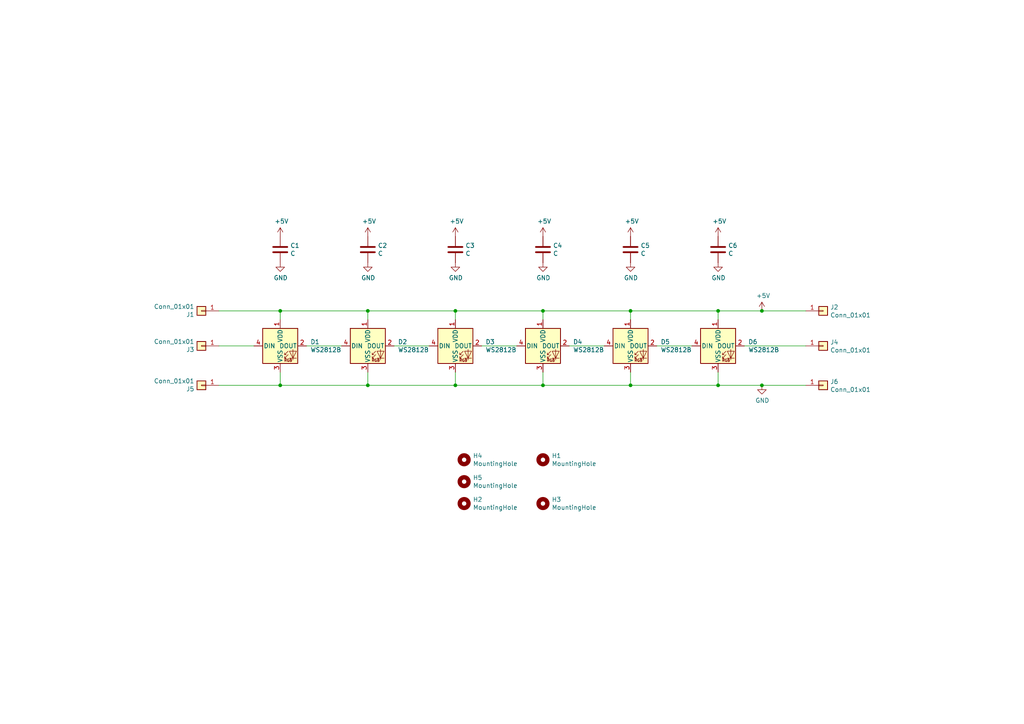
<source format=kicad_sch>
(kicad_sch (version 20230121) (generator eeschema)
  (paper "A4")
  (lib_symbols
    (symbol "Connector_Generic:Conn_01x01" (pin_names (offset 1.016) hide)
      (property "Reference" "J" (at 0 2.54 0))
      (property "Value" "Conn_01x01" (at 0 -2.54 0))
      (symbol "Conn_01x01_1_1"
        (rectangle (start -1.27 0.127) (end 0 -0.127) (stroke (width 0.1524)))
        (rectangle (start -1.27 1.27) (end 1.27 -1.27) (stroke (width 0.254)) (fill (type background)))
        (pin passive line (at -5.08 0 0) (length 3.81) (name "Pin_1") (number "1"))
      )
    )
    (symbol "Device:C" (pin_numbers hide) (pin_names (offset 0.254))
      (property "Reference" "C" (at 0.635 2.54 0))
      (property "Value" "C" (at 0.635 -2.54 0))
      (symbol "C_0_1"
        (polyline (pts (xy -2.032 -0.762) (xy 2.032 -0.762)) (stroke (width 0.508)))
        (polyline (pts (xy -2.032 0.762) (xy 2.032 0.762)) (stroke (width 0.508)))
      )
      (symbol "C_1_1"
        (pin passive line (at 0 3.81 270) (length 2.794) (name "~") (number "1"))
        (pin passive line (at 0 -3.81 90) (length 2.794) (name "~") (number "2"))
      )
    )
    (symbol "LED:WS2812B" (pin_names (offset 0.254))
      (property "Reference" "D" (at 5.08 5.715 0))
      (property "Value" "WS2812B" (at 1.27 -5.715 0))
      (symbol "WS2812B_0_0"
        (text "RGB" (at 2.286 -4.191 0) (effects (font (size 0.762 0.762))))
      )
      (symbol "WS2812B_0_1"
        (polyline (pts (xy 1.27 -3.556) (xy 1.778 -3.556)))
        (polyline (pts (xy 1.27 -2.54) (xy 1.778 -2.54)))
        (polyline (pts (xy 4.699 -3.556) (xy 2.667 -3.556)))
        (polyline (pts (xy 2.286 -2.54) (xy 1.27 -3.556) (xy 1.27 -3.048)))
        (polyline (pts (xy 2.286 -1.524) (xy 1.27 -2.54) (xy 1.27 -2.032)))
        (polyline (pts (xy 3.683 -1.016) (xy 3.683 -3.556) (xy 3.683 -4.064)))
        (polyline (pts (xy 4.699 -1.524) (xy 2.667 -1.524) (xy 3.683 -3.556) (xy 4.699 -1.524)))
        (rectangle (start 5.08 5.08) (end -5.08 -5.08) (stroke (width 0.254)) (fill (type background)))
      )
      (symbol "WS2812B_1_1"
        (pin power_in line (at 0 7.62 270) (length 2.54) (name "VDD") (number "1"))
        (pin output line (at 7.62 0 180) (length 2.54) (name "DOUT") (number "2"))
        (pin power_in line (at 0 -7.62 90) (length 2.54) (name "VSS") (number "3"))
        (pin input line (at -7.62 0 0) (length 2.54) (name "DIN") (number "4"))
      )
    )
    (symbol "Mechanical:MountingHole" (pin_names (offset 1.016))
      (property "Reference" "H" (at 0 5.08 0))
      (property "Value" "MountingHole" (at 0 3.175 0))
      (symbol "MountingHole_0_1"
        (circle (center 0 0) (radius 1.27) (stroke (width 1.27)))
      )
    )
    (symbol "power:+5V" (power) (pin_names (offset 0))
      (property "Value" "+5V" (at 0 3.556 0))
      (symbol "+5V_0_1"
        (polyline (pts (xy -0.762 1.27) (xy 0 2.54)))
        (polyline (pts (xy 0 0) (xy 0 2.54)))
        (polyline (pts (xy 0 2.54) (xy 0.762 1.27)))
      )
      (symbol "+5V_1_1"
        (pin power_in line (at 0 0 90) (length 0) hide (name "+5V") (number "1"))
      )
    )
    (symbol "power:GND" (power) (pin_names (offset 0))
      (property "Value" "GND" (at 0 -3.81 0))
      (symbol "GND_0_1"
        (polyline (pts (xy 0 0) (xy 0 -1.27) (xy 1.27 -1.27) (xy 0 -2.54) (xy -1.27 -1.27) (xy 0 -1.27)))
      )
      (symbol "GND_1_1"
        (pin power_in line (at 0 0 270) (length 0) hide (name "GND") (number "1"))
      )
    )
  )
  (junction (at 132.08 111.76))
  (junction (at 157.48 90.17))
  (junction (at 208.28 90.17))
  (junction (at 106.68 111.76))
  (junction (at 220.98 90.17))
  (junction (at 106.68 90.17))
  (junction (at 220.98 111.76))
  (junction (at 182.88 90.17))
  (junction (at 81.28 90.17))
  (junction (at 157.48 111.76))
  (junction (at 81.28 111.76))
  (junction (at 208.28 111.76))
  (junction (at 182.88 111.76))
  (junction (at 132.08 90.17))
  (wire (pts (xy 106.68 107.95) (xy 106.68 111.76)))
  (wire (pts (xy 220.98 111.76) (xy 233.68 111.76)))
  (wire (pts (xy 208.28 90.17) (xy 182.88 90.17)))
  (wire (pts (xy 139.7 100.33) (xy 149.86 100.33)))
  (wire (pts (xy 157.48 107.95) (xy 157.48 111.76)))
  (wire (pts (xy 190.5 100.33) (xy 200.66 100.33)))
  (wire (pts (xy 157.48 111.76) (xy 132.08 111.76)))
  (wire (pts (xy 106.68 111.76) (xy 81.28 111.76)))
  (wire (pts (xy 114.3 100.33) (xy 124.46 100.33)))
  (wire (pts (xy 182.88 107.95) (xy 182.88 111.76)))
  (wire (pts (xy 220.98 90.17) (xy 233.68 90.17)))
  (wire (pts (xy 81.28 107.95) (xy 81.28 111.76)))
  (wire (pts (xy 208.28 107.95) (xy 208.28 111.76)))
  (wire (pts (xy 132.08 111.76) (xy 106.68 111.76)))
  (wire (pts (xy 208.28 92.71) (xy 208.28 90.17)))
  (wire (pts (xy 63.5 90.17) (xy 81.28 90.17)))
  (wire (pts (xy 208.28 111.76) (xy 182.88 111.76)))
  (wire (pts (xy 208.28 111.76) (xy 220.98 111.76)))
  (wire (pts (xy 132.08 90.17) (xy 106.68 90.17)))
  (wire (pts (xy 182.88 90.17) (xy 157.48 90.17)))
  (wire (pts (xy 81.28 92.71) (xy 81.28 90.17)))
  (wire (pts (xy 182.88 92.71) (xy 182.88 90.17)))
  (wire (pts (xy 63.5 100.33) (xy 73.66 100.33)))
  (wire (pts (xy 165.1 100.33) (xy 175.26 100.33)))
  (wire (pts (xy 88.9 100.33) (xy 99.06 100.33)))
  (wire (pts (xy 132.08 107.95) (xy 132.08 111.76)))
  (wire (pts (xy 63.5 111.76) (xy 81.28 111.76)))
  (wire (pts (xy 208.28 90.17) (xy 220.98 90.17)))
  (wire (pts (xy 182.88 111.76) (xy 157.48 111.76)))
  (wire (pts (xy 132.08 92.71) (xy 132.08 90.17)))
  (wire (pts (xy 215.9 100.33) (xy 233.68 100.33)))
  (wire (pts (xy 157.48 92.71) (xy 157.48 90.17)))
  (wire (pts (xy 106.68 90.17) (xy 81.28 90.17)))
  (wire (pts (xy 106.68 92.71) (xy 106.68 90.17)))
  (wire (pts (xy 157.48 90.17) (xy 132.08 90.17)))
  (symbol (lib_id "Mechanical:MountingHole") (at 157.48 133.35 0) (unit 1)
    (property "Reference" "H1" (at 160.02 132.1816 0) (effects (justify left)))
    (property "Value" "MountingHole" (at 160.02 134.493 0) (effects (justify left)))
    (property "Footprint" "MountingHole:MountingHole_5.3mm_M5" (effects hide))
  )
  (symbol (lib_id "Mechanical:MountingHole") (at 157.48 146.05 0) (unit 1)
    (property "Reference" "H3" (at 160.02 144.8816 0) (effects (justify left)))
    (property "Value" "MountingHole" (at 160.02 147.193 0) (effects (justify left)))
    (property "Footprint" "MountingHole:MountingHole_5.3mm_M5" (effects hide))
  )
  (symbol (lib_id "Mechanical:MountingHole") (at 134.62 146.05 0) (unit 1)
    (property "Reference" "H2" (at 137.16 144.8816 0) (effects (justify left)))
    (property "Value" "MountingHole" (at 137.16 147.193 0) (effects (justify left)))
    (property "Footprint" "MountingHole:MountingHole_3.2mm_M3" (effects hide))
  )
  (symbol (lib_id "Mechanical:MountingHole") (at 134.62 133.35 0) (unit 1)
    (property "Reference" "H4" (at 137.16 132.1816 0) (effects (justify left)))
    (property "Value" "MountingHole" (at 137.16 134.493 0) (effects (justify left)))
    (property "Footprint" "MountingHole:MountingHole_3.2mm_M3" (effects hide))
  )
  (symbol (lib_id "Mechanical:MountingHole") (at 134.62 139.7 0) (unit 1)
    (property "Reference" "H5" (at 137.16 138.5316 0) (effects (justify left)))
    (property "Value" "MountingHole" (at 137.16 140.843 0) (effects (justify left)))
    (property "Footprint" "MountingHole:MountingHole_3.2mm_M3" (effects hide))
  )
  (symbol (lib_id "Connector_Generic:Conn_01x01") (at 58.42 90.17 180) (unit 1)
    (property "Reference" "J1" (at 56.388 91.2368 0) (effects (justify left)))
    (property "Value" "Conn_01x01" (at 56.388 88.9254 0) (effects (justify left)))
    (property "Footprint" "Connector_Wire:SolderWirePad_1x01_SMD_5x10mm" (effects hide))
  )
  (symbol (lib_id "LED:WS2812B") (at 81.28 100.33 0) (unit 1)
    (property "Reference" "D1" (at 90.0176 99.1616 0) (effects (justify left)))
    (property "Value" "WS2812B" (at 90.0176 101.473 0) (effects (justify left)))
    (property "Footprint" "LED_SMD:LED_WS2812B_PLCC4_5.0x5.0mm_P3.2mm" (effects hide))
    (property "Datasheet" "https://cdn-shop.adafruit.com/datasheets/WS2812B.pdf" (effects hide))
  )
  (symbol (lib_id "LED:WS2812B") (at 106.68 100.33 0) (unit 1)
    (property "Reference" "D2" (at 115.4176 99.1616 0) (effects (justify left)))
    (property "Value" "WS2812B" (at 115.4176 101.473 0) (effects (justify left)))
    (property "Footprint" "LED_SMD:LED_WS2812B_PLCC4_5.0x5.0mm_P3.2mm" (effects hide))
    (property "Datasheet" "https://cdn-shop.adafruit.com/datasheets/WS2812B.pdf" (effects hide))
  )
  (symbol (lib_id "LED:WS2812B") (at 132.08 100.33 0) (unit 1)
    (property "Reference" "D3" (at 140.8176 99.1616 0) (effects (justify left)))
    (property "Value" "WS2812B" (at 140.8176 101.473 0) (effects (justify left)))
    (property "Footprint" "LED_SMD:LED_WS2812B_PLCC4_5.0x5.0mm_P3.2mm" (effects hide))
    (property "Datasheet" "https://cdn-shop.adafruit.com/datasheets/WS2812B.pdf" (effects hide))
  )
  (symbol (lib_id "LED:WS2812B") (at 157.48 100.33 0) (unit 1)
    (property "Reference" "D4" (at 166.2176 99.1616 0) (effects (justify left)))
    (property "Value" "WS2812B" (at 166.2176 101.473 0) (effects (justify left)))
    (property "Footprint" "LED_SMD:LED_WS2812B_PLCC4_5.0x5.0mm_P3.2mm" (effects hide))
    (property "Datasheet" "https://cdn-shop.adafruit.com/datasheets/WS2812B.pdf" (effects hide))
  )
  (symbol (lib_id "LED:WS2812B") (at 182.88 100.33 0) (unit 1)
    (property "Reference" "D5" (at 191.6176 99.1616 0) (effects (justify left)))
    (property "Value" "WS2812B" (at 191.6176 101.473 0) (effects (justify left)))
    (property "Footprint" "LED_SMD:LED_WS2812B_PLCC4_5.0x5.0mm_P3.2mm" (effects hide))
    (property "Datasheet" "https://cdn-shop.adafruit.com/datasheets/WS2812B.pdf" (effects hide))
  )
  (symbol (lib_id "LED:WS2812B") (at 208.28 100.33 0) (unit 1)
    (property "Reference" "D6" (at 217.0176 99.1616 0) (effects (justify left)))
    (property "Value" "WS2812B" (at 217.0176 101.473 0) (effects (justify left)))
    (property "Footprint" "LED_SMD:LED_WS2812B_PLCC4_5.0x5.0mm_P3.2mm" (effects hide))
    (property "Datasheet" "https://cdn-shop.adafruit.com/datasheets/WS2812B.pdf" (effects hide))
  )
  (symbol (lib_id "Connector_Generic:Conn_01x01") (at 58.42 100.33 180) (unit 1)
    (property "Reference" "J3" (at 56.388 101.3968 0) (effects (justify left)))
    (property "Value" "Conn_01x01" (at 56.388 99.0854 0) (effects (justify left)))
    (property "Footprint" "Connector_Wire:SolderWirePad_1x01_SMD_5x10mm" (effects hide))
  )
  (symbol (lib_id "Connector_Generic:Conn_01x01") (at 58.42 111.76 180) (unit 1)
    (property "Reference" "J5" (at 56.388 112.8268 0) (effects (justify left)))
    (property "Value" "Conn_01x01" (at 56.388 110.5154 0) (effects (justify left)))
    (property "Footprint" "Connector_Wire:SolderWirePad_1x01_SMD_5x10mm" (effects hide))
  )
  (symbol (lib_id "Connector_Generic:Conn_01x01") (at 238.76 111.76 0) (unit 1)
    (property "Reference" "J6" (at 240.792 110.6932 0) (effects (justify left)))
    (property "Value" "Conn_01x01" (at 240.792 113.0046 0) (effects (justify left)))
    (property "Footprint" "Connector_Wire:SolderWirePad_1x01_SMD_5x10mm" (effects hide))
  )
  (symbol (lib_id "Connector_Generic:Conn_01x01") (at 238.76 100.33 0) (unit 1)
    (property "Reference" "J4" (at 240.792 99.2632 0) (effects (justify left)))
    (property "Value" "Conn_01x01" (at 240.792 101.5746 0) (effects (justify left)))
    (property "Footprint" "Connector_Wire:SolderWirePad_1x01_SMD_5x10mm" (effects hide))
  )
  (symbol (lib_id "Connector_Generic:Conn_01x01") (at 238.76 90.17 0) (unit 1)
    (property "Reference" "J2" (at 240.792 89.1032 0) (effects (justify left)))
    (property "Value" "Conn_01x01" (at 240.792 91.4146 0) (effects (justify left)))
    (property "Footprint" "Connector_Wire:SolderWirePad_1x01_SMD_5x10mm" (effects hide))
  )
  (symbol (lib_id "power:+5V") (at 220.98 90.17 0) (unit 1)
    (property "Reference" "#PWR0101" (effects hide))
    (property "Value" "+5V" (at 221.361 85.7758 0))
  )
  (symbol (lib_id "power:GND") (at 220.98 111.76 0) (unit 1)
    (property "Reference" "#PWR0102" (effects hide))
    (property "Value" "GND" (at 221.107 116.1542 0))
  )
  (symbol (lib_id "Device:C") (at 81.28 72.39 0) (unit 1)
    (property "Reference" "C1" (at 84.201 71.2216 0) (effects (justify left)))
    (property "Value" "C" (at 84.201 73.533 0) (effects (justify left)))
    (property "Footprint" "Capacitor_SMD:C_0603_1608Metric" (effects hide))
  )
  (symbol (lib_id "power:GND") (at 81.28 76.2 0) (unit 1)
    (property "Reference" "#PWR0103" (effects hide))
    (property "Value" "GND" (at 81.407 80.5942 0))
  )
  (symbol (lib_id "power:+5V") (at 81.28 68.58 0) (unit 1)
    (property "Reference" "#PWR0104" (effects hide))
    (property "Value" "+5V" (at 81.661 64.1858 0))
  )
  (symbol (lib_id "Device:C") (at 106.68 72.39 0) (unit 1)
    (property "Reference" "C2" (at 109.601 71.2216 0) (effects (justify left)))
    (property "Value" "C" (at 109.601 73.533 0) (effects (justify left)))
    (property "Footprint" "Capacitor_SMD:C_0603_1608Metric" (effects hide))
  )
  (symbol (lib_id "power:GND") (at 106.68 76.2 0) (unit 1)
    (property "Reference" "#PWR0105" (effects hide))
    (property "Value" "GND" (at 106.807 80.5942 0))
  )
  (symbol (lib_id "power:+5V") (at 106.68 68.58 0) (unit 1)
    (property "Reference" "#PWR0106" (effects hide))
    (property "Value" "+5V" (at 107.061 64.1858 0))
  )
  (symbol (lib_id "Device:C") (at 132.08 72.39 0) (unit 1)
    (property "Reference" "C3" (at 135.001 71.2216 0) (effects (justify left)))
    (property "Value" "C" (at 135.001 73.533 0) (effects (justify left)))
    (property "Footprint" "Capacitor_SMD:C_0603_1608Metric" (effects hide))
  )
  (symbol (lib_id "power:GND") (at 132.08 76.2 0) (unit 1)
    (property "Reference" "#PWR0107" (effects hide))
    (property "Value" "GND" (at 132.207 80.5942 0))
  )
  (symbol (lib_id "power:+5V") (at 132.08 68.58 0) (unit 1)
    (property "Reference" "#PWR0108" (effects hide))
    (property "Value" "+5V" (at 132.461 64.1858 0))
  )
  (symbol (lib_id "Device:C") (at 157.48 72.39 0) (unit 1)
    (property "Reference" "C4" (at 160.401 71.2216 0) (effects (justify left)))
    (property "Value" "C" (at 160.401 73.533 0) (effects (justify left)))
    (property "Footprint" "Capacitor_SMD:C_0603_1608Metric" (effects hide))
  )
  (symbol (lib_id "power:GND") (at 157.48 76.2 0) (unit 1)
    (property "Reference" "#PWR0109" (effects hide))
    (property "Value" "GND" (at 157.607 80.5942 0))
  )
  (symbol (lib_id "power:+5V") (at 157.48 68.58 0) (unit 1)
    (property "Reference" "#PWR0110" (effects hide))
    (property "Value" "+5V" (at 157.861 64.1858 0))
  )
  (symbol (lib_id "Device:C") (at 182.88 72.39 0) (unit 1)
    (property "Reference" "C5" (at 185.801 71.2216 0) (effects (justify left)))
    (property "Value" "C" (at 185.801 73.533 0) (effects (justify left)))
    (property "Footprint" "Capacitor_SMD:C_0603_1608Metric" (effects hide))
  )
  (symbol (lib_id "power:GND") (at 182.88 76.2 0) (unit 1)
    (property "Reference" "#PWR0111" (effects hide))
    (property "Value" "GND" (at 183.007 80.5942 0))
  )
  (symbol (lib_id "power:+5V") (at 182.88 68.58 0) (unit 1)
    (property "Reference" "#PWR0112" (effects hide))
    (property "Value" "+5V" (at 183.261 64.1858 0))
  )
  (symbol (lib_id "Device:C") (at 208.28 72.39 0) (unit 1)
    (property "Reference" "C6" (at 211.201 71.2216 0) (effects (justify left)))
    (property "Value" "C" (at 211.201 73.533 0) (effects (justify left)))
    (property "Footprint" "Capacitor_SMD:C_0603_1608Metric" (effects hide))
  )
  (symbol (lib_id "power:GND") (at 208.28 76.2 0) (unit 1)
    (property "Reference" "#PWR0113" (effects hide))
    (property "Value" "GND" (at 208.407 80.5942 0))
  )
  (symbol (lib_id "power:+5V") (at 208.28 68.58 0) (unit 1)
    (property "Reference" "#PWR0114" (effects hide))
    (property "Value" "+5V" (at 208.661 64.1858 0))
  )
)
</source>
